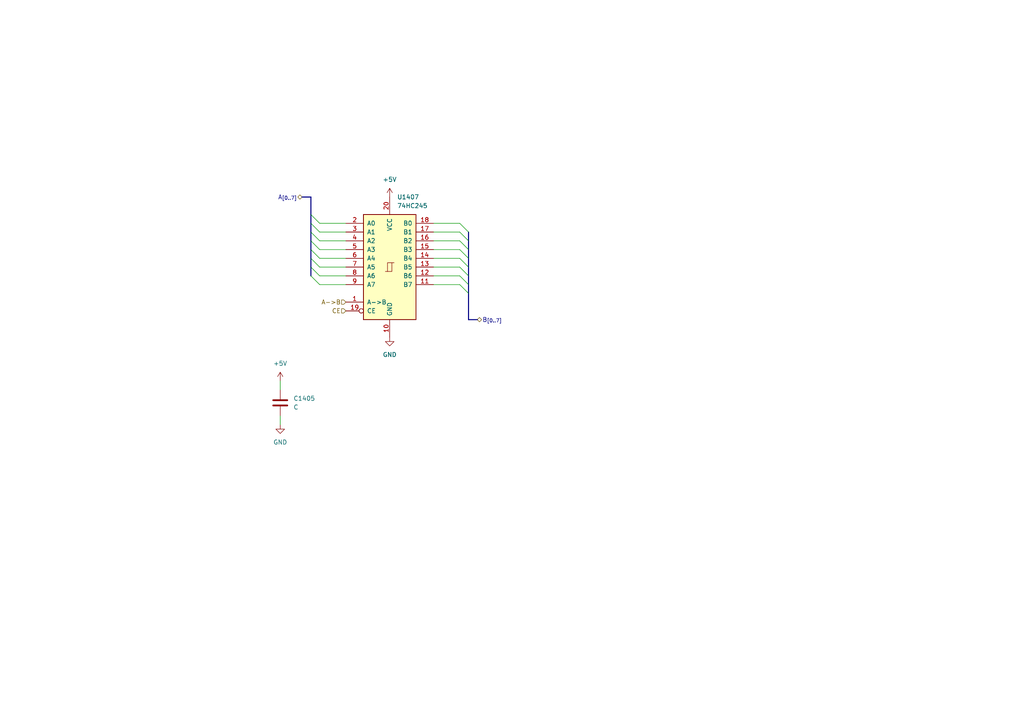
<source format=kicad_sch>
(kicad_sch (version 20250114) (generator "eeschema") (generator_version "9.0")
  (paper "A4")
  (lib_symbols
    (symbol "74xx:74HC245" (pin_names (offset 1.016))
      (property "Reference" "U" (at -7.62 16.51 0))
      (property "Value" "74HC245" (at -7.62 -16.51 0))
      (symbol "74HC245_1_0"
        (polyline (pts (xy -1.27 -1.27) (xy 0.635 -1.27) (xy 0.635 1.27) (xy 1.27 1.27)))
        (polyline (pts (xy -0.635 -1.27) (xy -0.635 1.27) (xy 0.635 1.27)))
        (pin tri_state line (at -12.7 12.7 0) (length 5.08) (name "A0") (number "2"))
        (pin tri_state line (at -12.7 10.16 0) (length 5.08) (name "A1") (number "3"))
        (pin tri_state line (at -12.7 7.62 0) (length 5.08) (name "A2") (number "4"))
        (pin tri_state line (at -12.7 5.08 0) (length 5.08) (name "A3") (number "5"))
        (pin tri_state line (at -12.7 2.54 0) (length 5.08) (name "A4") (number "6"))
        (pin tri_state line (at -12.7 0 0) (length 5.08) (name "A5") (number "7"))
        (pin tri_state line (at -12.7 -2.54 0) (length 5.08) (name "A6") (number "8"))
        (pin tri_state line (at -12.7 -5.08 0) (length 5.08) (name "A7") (number "9"))
        (pin input line (at -12.7 -10.16 0) (length 5.08) (name "A->B") (number "1"))
        (pin input inverted (at -12.7 -12.7 0) (length 5.08) (name "CE") (number "19"))
        (pin power_in line (at 0 20.32 270) (length 5.08) (name "VCC") (number "20"))
        (pin power_in line (at 0 -20.32 90) (length 5.08) (name "GND") (number "10"))
        (pin tri_state line (at 12.7 12.7 180) (length 5.08) (name "B0") (number "18"))
        (pin tri_state line (at 12.7 10.16 180) (length 5.08) (name "B1") (number "17"))
        (pin tri_state line (at 12.7 7.62 180) (length 5.08) (name "B2") (number "16"))
        (pin tri_state line (at 12.7 5.08 180) (length 5.08) (name "B3") (number "15"))
        (pin tri_state line (at 12.7 2.54 180) (length 5.08) (name "B4") (number "14"))
        (pin tri_state line (at 12.7 0 180) (length 5.08) (name "B5") (number "13"))
        (pin tri_state line (at 12.7 -2.54 180) (length 5.08) (name "B6") (number "12"))
        (pin tri_state line (at 12.7 -5.08 180) (length 5.08) (name "B7") (number "11"))
      )
      (symbol "74HC245_1_1"
        (rectangle (start -7.62 15.24) (end 7.62 -15.24) (stroke (width 0.254)) (fill (type background)))
      )
    )
    (symbol "Device:C" (pin_numbers (hide yes)) (pin_names (offset 0.254))
      (property "Reference" "C" (at 0.635 2.54 0))
      (property "Value" "C" (at 0.635 -2.54 0))
      (symbol "C_0_1"
        (polyline (pts (xy -2.032 0.762) (xy 2.032 0.762)) (stroke (width 0.508)))
        (polyline (pts (xy -2.032 -0.762) (xy 2.032 -0.762)) (stroke (width 0.508)))
      )
      (symbol "C_1_1"
        (pin passive line (at 0 3.81 270) (length 2.794) (name "~") (number "1"))
        (pin passive line (at 0 -3.81 90) (length 2.794) (name "~") (number "2"))
      )
    )
    (symbol "power:+5V" (power) (pin_numbers (hide yes)) (pin_names (offset 0) (hide yes))
      (property "Value" "+5V" (at 0 3.556 0))
      (symbol "+5V_0_1"
        (polyline (pts (xy -0.762 1.27) (xy 0 2.54)))
        (polyline (pts (xy 0 2.54) (xy 0.762 1.27)))
        (polyline (pts (xy 0 0) (xy 0 2.54)))
      )
      (symbol "+5V_1_1"
        (pin power_in line (at 0 0 90) (length 0) (name "~") (number "1"))
      )
    )
    (symbol "power:GND" (power) (pin_numbers (hide yes)) (pin_names (offset 0) (hide yes))
      (property "Value" "GND" (at 0 -3.81 0))
      (symbol "GND_0_1"
        (polyline (pts (xy 0 0) (xy 0 -1.27) (xy 1.27 -1.27) (xy 0 -2.54) (xy -1.27 -1.27) (xy 0 -1.27)))
      )
      (symbol "GND_1_1"
        (pin power_in line (at 0 0 270) (length 0) (name "~") (number "1"))
      )
    )
  )
  (bus_entry (at 133.35 67.31) (size 2.54 2.54))
  (bus_entry (at 133.35 82.55) (size 2.54 2.54))
  (bus_entry (at 90.17 64.77) (size 2.54 2.54))
  (bus_entry (at 133.35 77.47) (size 2.54 2.54))
  (bus_entry (at 133.35 69.85) (size 2.54 2.54))
  (bus_entry (at 133.35 80.01) (size 2.54 2.54))
  (bus_entry (at 90.17 74.93) (size 2.54 2.54))
  (bus_entry (at 133.35 72.39) (size 2.54 2.54))
  (bus_entry (at 133.35 74.93) (size 2.54 2.54))
  (bus_entry (at 90.17 67.31) (size 2.54 2.54))
  (bus_entry (at 90.17 80.01) (size 2.54 2.54))
  (bus_entry (at 90.17 69.85) (size 2.54 2.54))
  (bus_entry (at 90.17 77.47) (size 2.54 2.54))
  (bus_entry (at 90.17 72.39) (size 2.54 2.54))
  (bus_entry (at 133.35 64.77) (size 2.54 2.54))
  (bus_entry (at 90.17 62.23) (size 2.54 2.54))
  (wire (pts (xy 92.71 67.31) (xy 100.33 67.31)))
  (bus (pts (xy 90.17 67.31) (xy 90.17 64.77)))
  (bus (pts (xy 135.89 85.09) (xy 135.89 92.71)))
  (bus (pts (xy 135.89 69.85) (xy 135.89 72.39)))
  (wire (pts (xy 125.73 82.55) (xy 133.35 82.55)))
  (wire (pts (xy 125.73 67.31) (xy 133.35 67.31)))
  (wire (pts (xy 92.71 82.55) (xy 100.33 82.55)))
  (bus (pts (xy 90.17 62.23) (xy 90.17 57.15)))
  (wire (pts (xy 125.73 64.77) (xy 133.35 64.77)))
  (wire (pts (xy 125.73 74.93) (xy 133.35 74.93)))
  (wire (pts (xy 92.71 64.77) (xy 100.33 64.77)))
  (bus (pts (xy 135.89 74.93) (xy 135.89 77.47)))
  (wire (pts (xy 92.71 77.47) (xy 100.33 77.47)))
  (bus (pts (xy 135.89 72.39) (xy 135.89 74.93)))
  (wire (pts (xy 92.71 74.93) (xy 100.33 74.93)))
  (bus (pts (xy 135.89 82.55) (xy 135.89 85.09)))
  (bus (pts (xy 90.17 74.93) (xy 90.17 72.39)))
  (wire (pts (xy 125.73 69.85) (xy 133.35 69.85)))
  (wire (pts (xy 92.71 80.01) (xy 100.33 80.01)))
  (wire (pts (xy 125.73 72.39) (xy 133.35 72.39)))
  (wire (pts (xy 81.28 110.49) (xy 81.28 113.03)))
  (bus (pts (xy 135.89 77.47) (xy 135.89 80.01)))
  (bus (pts (xy 135.89 92.71) (xy 138.43 92.71)))
  (wire (pts (xy 92.71 72.39) (xy 100.33 72.39)))
  (wire (pts (xy 125.73 80.01) (xy 133.35 80.01)))
  (bus (pts (xy 135.89 67.31) (xy 135.89 69.85)))
  (bus (pts (xy 90.17 69.85) (xy 90.17 67.31)))
  (bus (pts (xy 90.17 72.39) (xy 90.17 69.85)))
  (bus (pts (xy 90.17 77.47) (xy 90.17 74.93)))
  (wire (pts (xy 125.73 77.47) (xy 133.35 77.47)))
  (wire (pts (xy 92.71 69.85) (xy 100.33 69.85)))
  (wire (pts (xy 81.28 120.65) (xy 81.28 123.19)))
  (bus (pts (xy 135.89 80.01) (xy 135.89 82.55)))
  (bus (pts (xy 87.63 57.15) (xy 90.17 57.15)))
  (bus (pts (xy 90.17 80.01) (xy 90.17 77.47)))
  (bus (pts (xy 90.17 64.77) (xy 90.17 62.23)))
  (hierarchical_label "CE" (shape input) (at 100.33 90.17 180))
  (hierarchical_label "B_{[0..7]}" (shape bidirectional) (at 138.43 92.71 0))
  (hierarchical_label "A->B" (shape input) (at 100.33 87.63 180))
  (hierarchical_label "A_{[0..7]}" (shape bidirectional) (at 87.63 57.15 180))
  (symbol (lib_id "power:GND") (at 81.28 123.19 0) (unit 1)
    (property "Reference" "#PWR01414" (effects (hide yes)))
    (property "Value" "GND" (at 81.28 128.27 0))
    (property "Description" "Power symbol creates a global label with name \"GND\" , ground" (effects (hide yes)))
  )
  (symbol (lib_id "power:+5V") (at 113.03 57.15 0) (unit 1)
    (property "Reference" "#PWR01411" (effects (hide yes)))
    (property "Value" "+5V" (at 113.03 52.07 0))
    (property "Description" "Power symbol creates a global label with name \"+5V\"" (effects (hide yes)))
  )
  (symbol (lib_id "power:GND") (at 113.03 97.79 0) (unit 1)
    (property "Reference" "#PWR01412" (effects (hide yes)))
    (property "Value" "GND" (at 113.03 102.87 0))
    (property "Description" "Power symbol creates a global label with name \"GND\" , ground" (effects (hide yes)))
  )
  (symbol (lib_id "power:+5V") (at 81.28 110.49 0) (unit 1)
    (property "Reference" "#PWR01413" (effects (hide yes)))
    (property "Value" "+5V" (at 81.28 105.41 0))
    (property "Description" "Power symbol creates a global label with name \"+5V\"" (effects (hide yes)))
  )
  (symbol (lib_id "74xx:74HC245") (at 113.03 77.47 0) (unit 1)
    (property "Reference" "U1407" (at 115.1733 57.15 0) (effects (justify left)))
    (property "Value" "74HC245" (at 115.1733 59.69 0) (effects (justify left)))
    (property "Datasheet" "http://www.ti.com/lit/gpn/sn74HC245" (effects (hide yes)))
    (property "Description" "Octal BUS Transceivers, 3-State outputs" (effects (hide yes)))
  )
  (symbol (lib_id "Device:C") (at 81.28 116.84 0) (unit 1)
    (property "Reference" "C1405" (at 85.09 115.5699 0) (effects (justify left)))
    (property "Value" "C" (at 85.09 118.1099 0) (effects (justify left)))
    (property "Description" "Unpolarized capacitor" (effects (hide yes)))
  )
)
</source>
